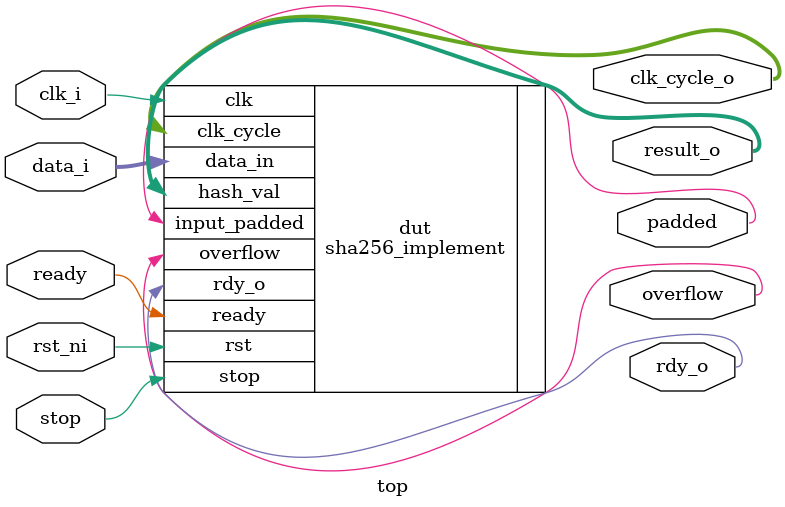
<source format=sv>
module top (
  // inputs
  input logic        clk_i,rst_ni,stop,ready,
  input logic [7:0]  data_i,


  // outputs
  output logic  overflow,padded,rdy_o,
  output logic [6:0] clk_cycle_o,
  output logic [255:0] result_o
);

sha256_implement dut(
	// input
	.clk(clk_i),
	.rst(rst_ni),
	.stop(stop),
	.ready(ready),
	.data_in(data_i),
	// output
	.overflow(overflow),
	.input_padded(padded),
	.rdy_o(rdy_o),
	.clk_cycle(clk_cycle_o),
	.hash_val(result_o)
);


endmodule

</source>
